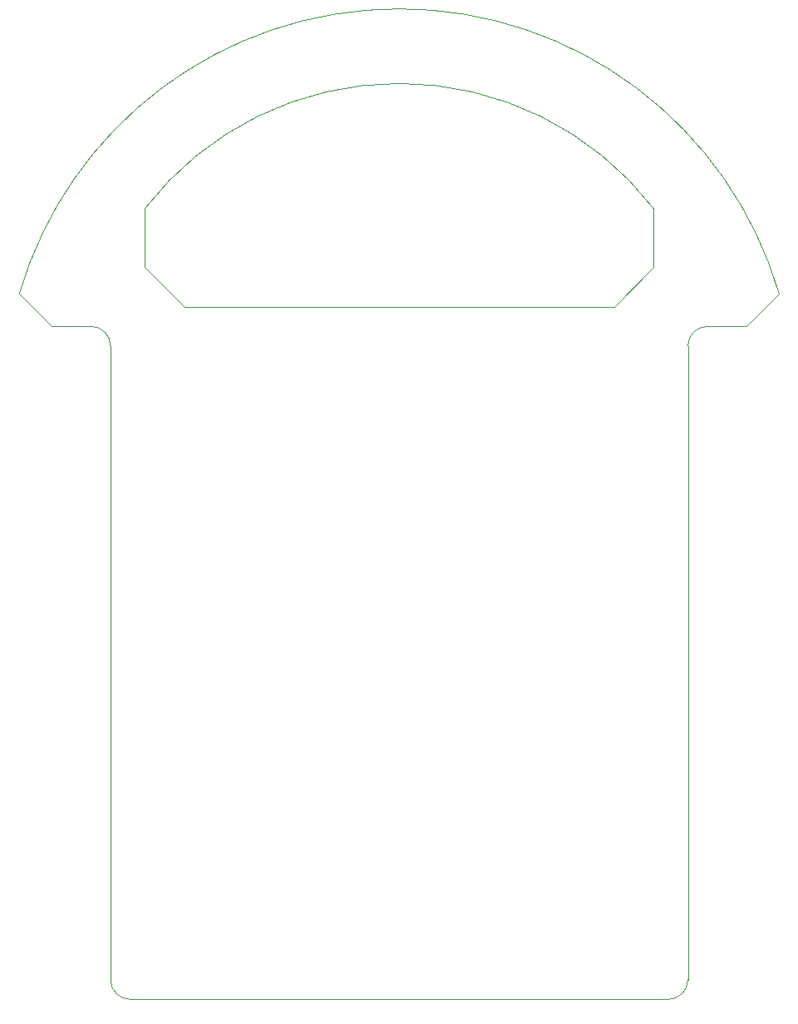
<source format=gbr>
%TF.GenerationSoftware,KiCad,Pcbnew,8.0.6*%
%TF.CreationDate,2025-03-04T23:13:55+07:00*%
%TF.ProjectId,micromouse,6d696372-6f6d-46f7-9573-652e6b696361,rev?*%
%TF.SameCoordinates,Original*%
%TF.FileFunction,Profile,NP*%
%FSLAX46Y46*%
G04 Gerber Fmt 4.6, Leading zero omitted, Abs format (unit mm)*
G04 Created by KiCad (PCBNEW 8.0.6) date 2025-03-04 23:13:55*
%MOMM*%
%LPD*%
G01*
G04 APERTURE LIST*
%TA.AperFunction,Profile*%
%ADD10C,0.050000*%
%TD*%
G04 APERTURE END LIST*
D10*
X177000000Y-71600000D02*
X181000000Y-71600000D01*
X167500000Y-69600000D02*
X123700000Y-69600000D01*
X106900001Y-68300000D02*
G75*
G02*
X184299999Y-68300000I38699999J-11300000D01*
G01*
X175000000Y-138100000D02*
G75*
G02*
X173000000Y-140100000I-2000000J0D01*
G01*
X118200000Y-140100000D02*
G75*
G02*
X116200000Y-138100000I0J2000000D01*
G01*
X119700000Y-59600000D02*
X119700000Y-65600000D01*
X119700000Y-59600000D02*
G75*
G02*
X171500000Y-59600000I25900000J-20000001D01*
G01*
X171500000Y-65600000D02*
X167500000Y-69600000D01*
X110200000Y-71600000D02*
X114200000Y-71600000D01*
X175000000Y-73600000D02*
G75*
G02*
X177000000Y-71600000I2000000J0D01*
G01*
X118200000Y-140100000D02*
X173000000Y-140100000D01*
X110200000Y-71600000D02*
X106900000Y-68300000D01*
X171500000Y-59600000D02*
X171500000Y-65600000D01*
X116200000Y-138100000D02*
X116200000Y-73600000D01*
X119700000Y-65600000D02*
X123700000Y-69600000D01*
X114200000Y-71600000D02*
G75*
G02*
X116200000Y-73600000I0J-2000000D01*
G01*
X181000000Y-71600000D02*
X184300000Y-68300000D01*
X175000000Y-138100000D02*
X175000000Y-73600000D01*
M02*

</source>
